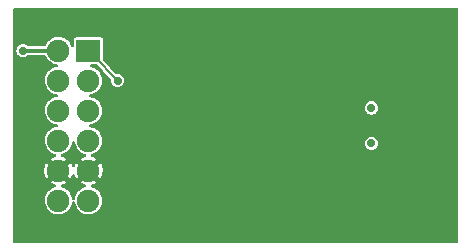
<source format=gbr>
%TF.GenerationSoftware,KiCad,Pcbnew,6.0.0*%
%TF.CreationDate,2022-07-15T10:31:26+02:00*%
%TF.ProjectId,pmod-trh,706d6f64-2d74-4726-982e-6b696361645f,1*%
%TF.SameCoordinates,Original*%
%TF.FileFunction,Copper,L2,Bot*%
%TF.FilePolarity,Positive*%
%FSLAX46Y46*%
G04 Gerber Fmt 4.6, Leading zero omitted, Abs format (unit mm)*
G04 Created by KiCad (PCBNEW 6.0.0) date 2022-07-15 10:31:26*
%MOMM*%
%LPD*%
G01*
G04 APERTURE LIST*
%TA.AperFunction,ComponentPad*%
%ADD10R,2.000000X1.900000*%
%TD*%
%TA.AperFunction,ComponentPad*%
%ADD11C,1.900000*%
%TD*%
%TA.AperFunction,ViaPad*%
%ADD12C,0.711200*%
%TD*%
%TA.AperFunction,ViaPad*%
%ADD13C,0.800000*%
%TD*%
%TA.AperFunction,Conductor*%
%ADD14C,0.203200*%
%TD*%
%TA.AperFunction,Conductor*%
%ADD15C,0.406400*%
%TD*%
%TA.AperFunction,Conductor*%
%ADD16C,0.304800*%
%TD*%
G04 APERTURE END LIST*
D10*
%TO.P,P1,1,IO1*%
%TO.N,PMOD_CTS*%
X136040000Y-98650000D03*
D11*
%TO.P,P1,2,IO2*%
%TO.N,PMOD_TXD*%
X136040000Y-101190000D03*
%TO.P,P1,3,IO3*%
%TO.N,PMOD_RXD*%
X136040000Y-103730000D03*
%TO.P,P1,4,IO4*%
%TO.N,PMOD_RTS*%
X136040000Y-106270000D03*
%TO.P,P1,5*%
%TO.N,GND*%
X136040000Y-108810000D03*
%TO.P,P1,6*%
%TO.N,+VPMOD*%
X136040000Y-111350000D03*
%TO.P,P1,7,IO5*%
%TO.N,IRQ*%
X133500000Y-98650000D03*
%TO.P,P1,8,IO6*%
%TO.N,RST*%
X133500000Y-101190000D03*
%TO.P,P1,9,IO7*%
%TO.N,SWDIO*%
X133500000Y-103730000D03*
%TO.P,P1,10,IO8*%
%TO.N,SWCLK*%
X133500000Y-106270000D03*
%TO.P,P1,11*%
%TO.N,GND*%
X133500000Y-108810000D03*
%TO.P,P1,12*%
%TO.N,+VPMOD*%
X133500000Y-111350000D03*
%TD*%
D12*
%TO.N,PMOD_CTS*%
X138500000Y-101180000D03*
%TO.N,GND*%
X164000000Y-98750000D03*
X137500000Y-114600000D03*
X144000000Y-95400000D03*
X130500000Y-95400000D03*
X131050000Y-112750000D03*
X148500000Y-114600000D03*
X166500000Y-109800000D03*
X137750000Y-98650000D03*
D13*
X157500000Y-109800000D03*
D12*
X164000000Y-107500000D03*
X140500000Y-114600000D03*
X166500000Y-100200000D03*
X153000000Y-114600000D03*
X166500000Y-95400000D03*
X162000000Y-95400000D03*
X162000000Y-109800000D03*
X157500000Y-95400000D03*
X139500000Y-95400000D03*
X139750000Y-105000000D03*
X144000000Y-114600000D03*
X166500000Y-105000000D03*
X135000000Y-95400000D03*
X148500000Y-95400000D03*
X153000000Y-95400000D03*
X155500000Y-105000000D03*
%TO.N,IRQ*%
X130500000Y-98650000D03*
%TO.N,/SDA*%
X160000000Y-106500000D03*
%TO.N,/SCL*%
X160000000Y-103500000D03*
%TD*%
D14*
%TO.N,PMOD_CTS*%
X137530000Y-100140000D02*
X136040000Y-98650000D01*
X138500000Y-101180000D02*
X137530000Y-100210000D01*
X137530000Y-100210000D02*
X137530000Y-100140000D01*
D15*
%TO.N,GND*%
X164000000Y-107500000D02*
X164000000Y-98750000D01*
X139750000Y-105000000D02*
X138530000Y-105000000D01*
X139750000Y-100650000D02*
X139750000Y-105000000D01*
X144000000Y-95400000D02*
X139500000Y-95400000D01*
X138530000Y-105000000D02*
X138050000Y-105480000D01*
X153000000Y-114600000D02*
X155500000Y-112100000D01*
X133500000Y-108810000D02*
X134770000Y-107540000D01*
X148500000Y-95400000D02*
X144000000Y-95400000D01*
X166500000Y-109800000D02*
X162000000Y-109800000D01*
X138060000Y-106580000D02*
X138060000Y-106790000D01*
X153000000Y-114600000D02*
X148500000Y-114600000D01*
X138060000Y-106790000D02*
X136040000Y-108810000D01*
X137750000Y-98650000D02*
X139750000Y-100650000D01*
X135000000Y-95400000D02*
X130500000Y-95400000D01*
X166500000Y-95400000D02*
X162000000Y-95400000D01*
X131050000Y-111260000D02*
X133500000Y-108810000D01*
X136040000Y-108810000D02*
X134770000Y-107540000D01*
X155500000Y-111800000D02*
X157500000Y-109800000D01*
X139500000Y-95400000D02*
X135000000Y-95400000D01*
X162000000Y-109800000D02*
X157500000Y-109800000D01*
X166500000Y-105000000D02*
X166500000Y-95400000D01*
X166500000Y-105000000D02*
X166500000Y-109800000D01*
X138050000Y-106570000D02*
X138060000Y-106580000D01*
X162000000Y-95400000D02*
X157500000Y-95400000D01*
X155500000Y-107500000D02*
X164000000Y-107500000D01*
X157500000Y-95400000D02*
X153000000Y-95400000D01*
X140500000Y-114600000D02*
X137500000Y-114600000D01*
X140500000Y-114600000D02*
X148500000Y-114600000D01*
X153000000Y-95400000D02*
X148500000Y-95400000D01*
X131050000Y-112750000D02*
X131050000Y-111260000D01*
X138050000Y-105480000D02*
X138050000Y-106570000D01*
X155500000Y-112100000D02*
X155500000Y-111800000D01*
X131050000Y-112750000D02*
X138650000Y-112750000D01*
X138650000Y-112750000D02*
X140500000Y-114600000D01*
X155500000Y-107500000D02*
X155500000Y-105000000D01*
D16*
%TO.N,IRQ*%
X130500000Y-98650000D02*
X133500000Y-98650000D01*
%TD*%
%TA.AperFunction,Conductor*%
%TO.N,GND*%
G36*
X167288921Y-95063202D02*
G01*
X167335414Y-95116858D01*
X167346800Y-95169200D01*
X167346800Y-114830800D01*
X167326798Y-114898921D01*
X167273142Y-114945414D01*
X167220800Y-114956800D01*
X129779200Y-114956800D01*
X129711079Y-114936798D01*
X129664586Y-114883142D01*
X129653200Y-114830800D01*
X129653200Y-111319670D01*
X132341754Y-111319670D01*
X132355622Y-111531252D01*
X132407815Y-111736763D01*
X132496586Y-111929321D01*
X132618961Y-112102478D01*
X132770842Y-112250435D01*
X132775638Y-112253640D01*
X132775641Y-112253642D01*
X132852307Y-112304868D01*
X132947143Y-112368235D01*
X132952446Y-112370513D01*
X132952449Y-112370515D01*
X133040799Y-112408473D01*
X133141960Y-112451935D01*
X133348767Y-112498731D01*
X133354538Y-112498958D01*
X133354540Y-112498958D01*
X133425521Y-112501747D01*
X133560639Y-112507055D01*
X133650995Y-112493954D01*
X133764759Y-112477460D01*
X133764764Y-112477459D01*
X133770480Y-112476630D01*
X133775952Y-112474772D01*
X133775954Y-112474772D01*
X133965795Y-112410329D01*
X133971263Y-112408473D01*
X134156263Y-112304868D01*
X134319284Y-112169284D01*
X134454868Y-112006263D01*
X134558473Y-111821263D01*
X134626630Y-111620480D01*
X134627459Y-111614762D01*
X134627460Y-111614758D01*
X134643888Y-111501453D01*
X134673458Y-111436907D01*
X134733229Y-111398595D01*
X134804226Y-111398679D01*
X134863907Y-111437134D01*
X134893323Y-111501750D01*
X134894314Y-111511291D01*
X134895622Y-111531252D01*
X134947815Y-111736763D01*
X135036586Y-111929321D01*
X135158961Y-112102478D01*
X135310842Y-112250435D01*
X135315638Y-112253640D01*
X135315641Y-112253642D01*
X135392307Y-112304868D01*
X135487143Y-112368235D01*
X135492446Y-112370513D01*
X135492449Y-112370515D01*
X135580799Y-112408473D01*
X135681960Y-112451935D01*
X135888767Y-112498731D01*
X135894538Y-112498958D01*
X135894540Y-112498958D01*
X135965521Y-112501747D01*
X136100639Y-112507055D01*
X136190995Y-112493954D01*
X136304759Y-112477460D01*
X136304764Y-112477459D01*
X136310480Y-112476630D01*
X136315952Y-112474772D01*
X136315954Y-112474772D01*
X136505795Y-112410329D01*
X136511263Y-112408473D01*
X136696263Y-112304868D01*
X136859284Y-112169284D01*
X136994868Y-112006263D01*
X137098473Y-111821263D01*
X137166630Y-111620480D01*
X137167459Y-111614764D01*
X137167460Y-111614759D01*
X137196522Y-111414313D01*
X137197055Y-111410639D01*
X137198643Y-111350000D01*
X137179241Y-111138854D01*
X137121686Y-110934779D01*
X137027906Y-110744611D01*
X136901040Y-110574717D01*
X136745337Y-110430787D01*
X136566013Y-110317642D01*
X136369072Y-110239070D01*
X136363414Y-110237944D01*
X136363412Y-110237944D01*
X136328426Y-110230985D01*
X136265517Y-110198077D01*
X136230386Y-110136381D01*
X136234187Y-110065487D01*
X136275713Y-110007901D01*
X136323596Y-109984887D01*
X136327747Y-109983890D01*
X136526341Y-109916477D01*
X136536844Y-109911801D01*
X136678568Y-109832433D01*
X136688431Y-109822356D01*
X136685476Y-109814686D01*
X136052812Y-109182022D01*
X136038868Y-109174408D01*
X136037035Y-109174539D01*
X136030420Y-109178790D01*
X135400045Y-109809165D01*
X135393849Y-109820512D01*
X135403729Y-109832999D01*
X135458239Y-109869421D01*
X135468344Y-109874908D01*
X135661049Y-109957700D01*
X135671981Y-109961252D01*
X135760732Y-109981334D01*
X135822759Y-110015876D01*
X135856264Y-110078470D01*
X135850610Y-110149241D01*
X135807592Y-110205720D01*
X135754263Y-110228407D01*
X135740121Y-110230837D01*
X135541191Y-110304226D01*
X135536230Y-110307178D01*
X135536229Y-110307178D01*
X135363935Y-110409682D01*
X135363932Y-110409684D01*
X135358967Y-110412638D01*
X135199550Y-110552443D01*
X135195975Y-110556978D01*
X135195974Y-110556979D01*
X135181991Y-110574717D01*
X135068280Y-110718958D01*
X135065589Y-110724074D01*
X135065587Y-110724076D01*
X135054783Y-110744611D01*
X134969553Y-110906607D01*
X134906676Y-111109105D01*
X134905997Y-111114842D01*
X134895489Y-111203623D01*
X134867618Y-111268920D01*
X134808870Y-111308784D01*
X134737896Y-111310558D01*
X134677229Y-111273679D01*
X134646131Y-111209855D01*
X134644891Y-111200342D01*
X134639770Y-111144611D01*
X134639241Y-111138854D01*
X134581686Y-110934779D01*
X134487906Y-110744611D01*
X134361040Y-110574717D01*
X134205337Y-110430787D01*
X134026013Y-110317642D01*
X133829072Y-110239070D01*
X133823414Y-110237944D01*
X133823412Y-110237944D01*
X133788426Y-110230985D01*
X133725517Y-110198077D01*
X133690386Y-110136381D01*
X133694187Y-110065487D01*
X133735713Y-110007901D01*
X133783596Y-109984887D01*
X133787747Y-109983890D01*
X133986341Y-109916477D01*
X133996844Y-109911801D01*
X134138568Y-109832433D01*
X134148431Y-109822356D01*
X134145476Y-109814686D01*
X133512812Y-109182022D01*
X133498868Y-109174408D01*
X133497035Y-109174539D01*
X133490420Y-109178790D01*
X132860045Y-109809165D01*
X132853849Y-109820512D01*
X132863729Y-109832999D01*
X132918239Y-109869421D01*
X132928344Y-109874908D01*
X133121049Y-109957700D01*
X133131981Y-109961252D01*
X133220732Y-109981334D01*
X133282759Y-110015876D01*
X133316264Y-110078470D01*
X133310610Y-110149241D01*
X133267592Y-110205720D01*
X133214263Y-110228407D01*
X133200121Y-110230837D01*
X133001191Y-110304226D01*
X132996230Y-110307178D01*
X132996229Y-110307178D01*
X132823935Y-110409682D01*
X132823932Y-110409684D01*
X132818967Y-110412638D01*
X132659550Y-110552443D01*
X132655975Y-110556978D01*
X132655974Y-110556979D01*
X132641991Y-110574717D01*
X132528280Y-110718958D01*
X132525589Y-110724074D01*
X132525587Y-110724076D01*
X132514783Y-110744611D01*
X132429553Y-110906607D01*
X132366676Y-111109105D01*
X132341754Y-111319670D01*
X129653200Y-111319670D01*
X129653200Y-108784114D01*
X132291634Y-108784114D01*
X132305351Y-108993386D01*
X132307152Y-109004756D01*
X132358775Y-109208025D01*
X132362616Y-109218872D01*
X132450418Y-109409331D01*
X132456172Y-109419297D01*
X132476906Y-109448634D01*
X132487495Y-109457022D01*
X132500796Y-109449994D01*
X133127978Y-108822812D01*
X133134356Y-108811132D01*
X133864408Y-108811132D01*
X133864539Y-108812965D01*
X133868790Y-108819580D01*
X134500770Y-109451560D01*
X134513150Y-109458320D01*
X134519730Y-109453394D01*
X134601801Y-109306844D01*
X134606477Y-109296341D01*
X134649780Y-109168775D01*
X134690617Y-109110698D01*
X134756370Y-109083920D01*
X134826162Y-109096941D01*
X134877835Y-109145628D01*
X134891216Y-109178262D01*
X134898774Y-109208023D01*
X134902616Y-109218872D01*
X134990418Y-109409331D01*
X134996172Y-109419297D01*
X135016906Y-109448634D01*
X135027495Y-109457022D01*
X135040796Y-109449994D01*
X135667978Y-108822812D01*
X135674356Y-108811132D01*
X136404408Y-108811132D01*
X136404539Y-108812965D01*
X136408790Y-108819580D01*
X137040770Y-109451560D01*
X137053150Y-109458320D01*
X137059730Y-109453394D01*
X137141801Y-109306844D01*
X137146477Y-109296341D01*
X137213893Y-109097741D01*
X137216578Y-109086558D01*
X137246968Y-108876956D01*
X137247598Y-108869573D01*
X137249061Y-108813704D01*
X137248818Y-108806305D01*
X137229440Y-108595402D01*
X137227343Y-108584088D01*
X137170414Y-108382236D01*
X137166292Y-108371497D01*
X137073534Y-108183403D01*
X137067517Y-108173583D01*
X137064723Y-108169842D01*
X137053464Y-108161392D01*
X137041046Y-108168164D01*
X136412022Y-108797188D01*
X136404408Y-108811132D01*
X135674356Y-108811132D01*
X135675592Y-108808868D01*
X135675461Y-108807035D01*
X135671210Y-108800420D01*
X135037458Y-108166668D01*
X135025078Y-108159908D01*
X135019112Y-108164374D01*
X134925573Y-108342163D01*
X134921174Y-108352786D01*
X134890594Y-108451269D01*
X134851291Y-108510394D01*
X134786261Y-108538885D01*
X134716152Y-108527695D01*
X134663222Y-108480378D01*
X134648992Y-108448108D01*
X134630413Y-108382233D01*
X134626292Y-108371497D01*
X134533534Y-108183403D01*
X134527517Y-108173583D01*
X134524723Y-108169842D01*
X134513464Y-108161392D01*
X134501046Y-108168164D01*
X133872022Y-108797188D01*
X133864408Y-108811132D01*
X133134356Y-108811132D01*
X133135592Y-108808868D01*
X133135461Y-108807035D01*
X133131210Y-108800420D01*
X132497458Y-108166668D01*
X132485078Y-108159908D01*
X132479112Y-108164374D01*
X132385573Y-108342163D01*
X132381170Y-108352796D01*
X132318977Y-108553087D01*
X132316587Y-108564331D01*
X132291935Y-108772613D01*
X132291634Y-108784114D01*
X129653200Y-108784114D01*
X129653200Y-98650000D01*
X129935874Y-98650000D01*
X129955096Y-98796007D01*
X130011453Y-98932063D01*
X130101103Y-99048897D01*
X130217937Y-99138547D01*
X130353993Y-99194904D01*
X130362177Y-99195981D01*
X130362179Y-99195982D01*
X130491812Y-99213048D01*
X130500000Y-99214126D01*
X130508188Y-99213048D01*
X130637821Y-99195982D01*
X130637823Y-99195981D01*
X130646007Y-99194904D01*
X130782063Y-99138547D01*
X130898897Y-99048897D01*
X130903530Y-99042859D01*
X130965581Y-99008979D01*
X130992361Y-99006100D01*
X132313022Y-99006100D01*
X132381143Y-99026102D01*
X132427447Y-99079348D01*
X132496586Y-99229321D01*
X132618961Y-99402478D01*
X132770842Y-99550435D01*
X132775638Y-99553640D01*
X132775641Y-99553642D01*
X132914574Y-99646473D01*
X132947143Y-99668235D01*
X132952446Y-99670513D01*
X132952449Y-99670515D01*
X133136653Y-99749655D01*
X133141960Y-99751935D01*
X133288028Y-99784987D01*
X133348767Y-99798731D01*
X133348276Y-99800900D01*
X133404296Y-99825667D01*
X133443402Y-99884923D01*
X133444263Y-99955914D01*
X133406606Y-100016102D01*
X133344283Y-100046065D01*
X133205818Y-100069858D01*
X133200121Y-100070837D01*
X133001191Y-100144226D01*
X132996230Y-100147178D01*
X132996229Y-100147178D01*
X132823935Y-100249682D01*
X132823932Y-100249684D01*
X132818967Y-100252638D01*
X132659550Y-100392443D01*
X132655975Y-100396978D01*
X132655974Y-100396979D01*
X132641991Y-100414717D01*
X132528280Y-100558958D01*
X132525589Y-100564074D01*
X132525587Y-100564076D01*
X132432245Y-100741490D01*
X132429553Y-100746607D01*
X132366676Y-100949105D01*
X132341754Y-101159670D01*
X132355622Y-101371252D01*
X132407815Y-101576763D01*
X132496586Y-101769321D01*
X132618961Y-101942478D01*
X132770842Y-102090435D01*
X132775638Y-102093640D01*
X132775641Y-102093642D01*
X132852307Y-102144868D01*
X132947143Y-102208235D01*
X132952446Y-102210513D01*
X132952449Y-102210515D01*
X133040799Y-102248473D01*
X133141960Y-102291935D01*
X133327890Y-102334007D01*
X133348767Y-102338731D01*
X133348276Y-102340900D01*
X133404296Y-102365667D01*
X133443402Y-102424923D01*
X133444263Y-102495914D01*
X133406606Y-102556102D01*
X133344283Y-102586065D01*
X133205818Y-102609858D01*
X133200121Y-102610837D01*
X133001191Y-102684226D01*
X132996230Y-102687178D01*
X132996229Y-102687178D01*
X132823935Y-102789682D01*
X132823932Y-102789684D01*
X132818967Y-102792638D01*
X132659550Y-102932443D01*
X132655975Y-102936978D01*
X132655974Y-102936979D01*
X132641991Y-102954717D01*
X132528280Y-103098958D01*
X132525589Y-103104074D01*
X132525587Y-103104076D01*
X132514783Y-103124611D01*
X132429553Y-103286607D01*
X132366676Y-103489105D01*
X132341754Y-103699670D01*
X132355622Y-103911252D01*
X132407815Y-104116763D01*
X132496586Y-104309321D01*
X132618961Y-104482478D01*
X132770842Y-104630435D01*
X132775638Y-104633640D01*
X132775641Y-104633642D01*
X132852307Y-104684868D01*
X132947143Y-104748235D01*
X132952446Y-104750513D01*
X132952449Y-104750515D01*
X133040799Y-104788473D01*
X133141960Y-104831935D01*
X133327890Y-104874007D01*
X133348767Y-104878731D01*
X133348276Y-104880900D01*
X133404296Y-104905667D01*
X133443402Y-104964923D01*
X133444263Y-105035914D01*
X133406606Y-105096102D01*
X133344283Y-105126065D01*
X133205818Y-105149858D01*
X133200121Y-105150837D01*
X133001191Y-105224226D01*
X132996230Y-105227178D01*
X132996229Y-105227178D01*
X132823935Y-105329682D01*
X132823932Y-105329684D01*
X132818967Y-105332638D01*
X132659550Y-105472443D01*
X132655975Y-105476978D01*
X132655974Y-105476979D01*
X132641991Y-105494717D01*
X132528280Y-105638958D01*
X132525589Y-105644074D01*
X132525587Y-105644076D01*
X132514783Y-105664611D01*
X132429553Y-105826607D01*
X132366676Y-106029105D01*
X132341754Y-106239670D01*
X132355622Y-106451252D01*
X132407815Y-106656763D01*
X132496586Y-106849321D01*
X132618961Y-107022478D01*
X132770842Y-107170435D01*
X132775638Y-107173640D01*
X132775641Y-107173642D01*
X132852307Y-107224868D01*
X132947143Y-107288235D01*
X132952446Y-107290513D01*
X132952449Y-107290515D01*
X133040799Y-107328473D01*
X133141960Y-107371935D01*
X133222074Y-107390063D01*
X133284101Y-107424606D01*
X133317605Y-107487199D01*
X133311951Y-107557970D01*
X133268932Y-107614450D01*
X133215604Y-107637136D01*
X133192744Y-107641064D01*
X133181624Y-107644044D01*
X132984860Y-107716634D01*
X132974482Y-107721584D01*
X132862343Y-107788300D01*
X132852745Y-107798633D01*
X132856231Y-107807021D01*
X133487188Y-108437978D01*
X133501132Y-108445592D01*
X133502965Y-108445461D01*
X133509580Y-108441210D01*
X134139885Y-107810905D01*
X134146645Y-107798525D01*
X134140615Y-107790470D01*
X134053830Y-107735713D01*
X134043582Y-107730492D01*
X133848783Y-107652775D01*
X133837756Y-107649509D01*
X133786825Y-107639378D01*
X133723915Y-107606471D01*
X133688783Y-107544776D01*
X133692583Y-107473881D01*
X133734108Y-107416295D01*
X133770904Y-107396486D01*
X133971263Y-107328473D01*
X134156263Y-107224868D01*
X134319284Y-107089284D01*
X134454868Y-106926263D01*
X134558473Y-106741263D01*
X134626630Y-106540480D01*
X134627459Y-106534762D01*
X134627460Y-106534758D01*
X134643888Y-106421453D01*
X134673458Y-106356907D01*
X134733229Y-106318595D01*
X134804226Y-106318679D01*
X134863907Y-106357134D01*
X134893323Y-106421750D01*
X134894314Y-106431291D01*
X134895622Y-106451252D01*
X134947815Y-106656763D01*
X135036586Y-106849321D01*
X135158961Y-107022478D01*
X135310842Y-107170435D01*
X135315638Y-107173640D01*
X135315641Y-107173642D01*
X135392307Y-107224868D01*
X135487143Y-107288235D01*
X135492446Y-107290513D01*
X135492449Y-107290515D01*
X135580799Y-107328473D01*
X135681960Y-107371935D01*
X135762074Y-107390063D01*
X135824101Y-107424606D01*
X135857605Y-107487199D01*
X135851951Y-107557970D01*
X135808932Y-107614450D01*
X135755604Y-107637136D01*
X135732744Y-107641064D01*
X135721624Y-107644044D01*
X135524860Y-107716634D01*
X135514482Y-107721584D01*
X135402343Y-107788300D01*
X135392745Y-107798633D01*
X135396231Y-107807021D01*
X136027188Y-108437978D01*
X136041132Y-108445592D01*
X136042965Y-108445461D01*
X136049580Y-108441210D01*
X136679885Y-107810905D01*
X136686645Y-107798525D01*
X136680615Y-107790470D01*
X136593830Y-107735713D01*
X136583582Y-107730492D01*
X136388783Y-107652775D01*
X136377756Y-107649509D01*
X136326825Y-107639378D01*
X136263915Y-107606471D01*
X136228783Y-107544776D01*
X136232583Y-107473881D01*
X136274108Y-107416295D01*
X136310904Y-107396486D01*
X136511263Y-107328473D01*
X136696263Y-107224868D01*
X136859284Y-107089284D01*
X136994868Y-106926263D01*
X137098473Y-106741263D01*
X137166630Y-106540480D01*
X137167459Y-106534764D01*
X137167460Y-106534759D01*
X137172500Y-106500000D01*
X159435874Y-106500000D01*
X159455096Y-106646007D01*
X159511453Y-106782063D01*
X159601103Y-106898897D01*
X159717937Y-106988547D01*
X159853993Y-107044904D01*
X159862177Y-107045981D01*
X159862179Y-107045982D01*
X159991812Y-107063048D01*
X160000000Y-107064126D01*
X160008188Y-107063048D01*
X160137821Y-107045982D01*
X160137823Y-107045981D01*
X160146007Y-107044904D01*
X160282063Y-106988547D01*
X160398897Y-106898897D01*
X160488547Y-106782063D01*
X160544904Y-106646007D01*
X160564126Y-106500000D01*
X160544904Y-106353993D01*
X160488547Y-106217937D01*
X160398897Y-106101103D01*
X160282063Y-106011453D01*
X160146007Y-105955096D01*
X160137823Y-105954019D01*
X160137821Y-105954018D01*
X160008188Y-105936952D01*
X160000000Y-105935874D01*
X159991812Y-105936952D01*
X159862179Y-105954018D01*
X159862177Y-105954019D01*
X159853993Y-105955096D01*
X159717937Y-106011453D01*
X159601103Y-106101103D01*
X159511453Y-106217937D01*
X159455096Y-106353993D01*
X159435874Y-106500000D01*
X137172500Y-106500000D01*
X137193669Y-106353993D01*
X137197055Y-106330639D01*
X137198643Y-106270000D01*
X137179241Y-106058854D01*
X137121686Y-105854779D01*
X137027906Y-105664611D01*
X136901040Y-105494717D01*
X136745337Y-105350787D01*
X136566013Y-105237642D01*
X136369072Y-105159070D01*
X136203145Y-105126065D01*
X136184127Y-105122282D01*
X136121218Y-105089374D01*
X136086086Y-105027679D01*
X136089886Y-104956784D01*
X136131412Y-104899198D01*
X136190630Y-104874007D01*
X136235084Y-104867562D01*
X136304757Y-104857460D01*
X136304759Y-104857459D01*
X136310480Y-104856630D01*
X136315952Y-104854772D01*
X136315954Y-104854772D01*
X136505795Y-104790329D01*
X136511263Y-104788473D01*
X136696263Y-104684868D01*
X136859284Y-104549284D01*
X136994868Y-104386263D01*
X137098473Y-104201263D01*
X137166630Y-104000480D01*
X137167459Y-103994764D01*
X137167460Y-103994759D01*
X137196522Y-103794313D01*
X137197055Y-103790639D01*
X137198643Y-103730000D01*
X137179241Y-103518854D01*
X137173924Y-103500000D01*
X159435874Y-103500000D01*
X159436952Y-103508188D01*
X159447704Y-103589855D01*
X159455096Y-103646007D01*
X159511453Y-103782063D01*
X159601103Y-103898897D01*
X159717937Y-103988547D01*
X159853993Y-104044904D01*
X159862177Y-104045981D01*
X159862179Y-104045982D01*
X159991812Y-104063048D01*
X160000000Y-104064126D01*
X160008188Y-104063048D01*
X160137821Y-104045982D01*
X160137823Y-104045981D01*
X160146007Y-104044904D01*
X160282063Y-103988547D01*
X160398897Y-103898897D01*
X160488547Y-103782063D01*
X160544904Y-103646007D01*
X160552297Y-103589855D01*
X160563048Y-103508188D01*
X160564126Y-103500000D01*
X160544904Y-103353993D01*
X160488547Y-103217937D01*
X160398897Y-103101103D01*
X160282063Y-103011453D01*
X160146007Y-102955096D01*
X160137823Y-102954019D01*
X160137821Y-102954018D01*
X160008188Y-102936952D01*
X160000000Y-102935874D01*
X159991812Y-102936952D01*
X159862179Y-102954018D01*
X159862177Y-102954019D01*
X159853993Y-102955096D01*
X159717937Y-103011453D01*
X159601103Y-103101103D01*
X159511453Y-103217937D01*
X159455096Y-103353993D01*
X159435874Y-103500000D01*
X137173924Y-103500000D01*
X137171615Y-103491812D01*
X137123255Y-103320343D01*
X137121686Y-103314779D01*
X137027906Y-103124611D01*
X136901040Y-102954717D01*
X136745337Y-102810787D01*
X136566013Y-102697642D01*
X136369072Y-102619070D01*
X136203145Y-102586065D01*
X136184127Y-102582282D01*
X136121218Y-102549374D01*
X136086086Y-102487679D01*
X136089886Y-102416784D01*
X136131412Y-102359198D01*
X136190630Y-102334007D01*
X136235084Y-102327562D01*
X136304757Y-102317460D01*
X136304759Y-102317459D01*
X136310480Y-102316630D01*
X136315952Y-102314772D01*
X136315954Y-102314772D01*
X136505795Y-102250329D01*
X136511263Y-102248473D01*
X136696263Y-102144868D01*
X136859284Y-102009284D01*
X136994868Y-101846263D01*
X137098473Y-101661263D01*
X137166630Y-101460480D01*
X137167459Y-101454764D01*
X137167460Y-101454759D01*
X137196522Y-101254313D01*
X137197055Y-101250639D01*
X137198643Y-101190000D01*
X137179241Y-100978854D01*
X137121686Y-100774779D01*
X137027906Y-100584611D01*
X136901040Y-100414717D01*
X136896804Y-100410801D01*
X136749577Y-100274706D01*
X136749574Y-100274704D01*
X136745337Y-100270787D01*
X136566013Y-100157642D01*
X136369072Y-100079070D01*
X136363412Y-100077944D01*
X136363408Y-100077943D01*
X136239412Y-100053279D01*
X136176502Y-100020372D01*
X136141370Y-99958677D01*
X136145170Y-99887782D01*
X136186696Y-99830196D01*
X136252762Y-99804201D01*
X136263993Y-99803700D01*
X136709751Y-99803700D01*
X136777872Y-99823702D01*
X136798846Y-99840605D01*
X137202729Y-100244488D01*
X137229394Y-100283828D01*
X137230505Y-100286415D01*
X137236600Y-100306472D01*
X137238106Y-100310374D01*
X137240236Y-100321811D01*
X137253453Y-100343253D01*
X137261961Y-100359632D01*
X137268393Y-100374604D01*
X137268396Y-100374608D01*
X137271906Y-100382779D01*
X137275985Y-100387744D01*
X137278311Y-100390070D01*
X137278402Y-100390185D01*
X137280223Y-100392193D01*
X137280087Y-100392316D01*
X137287940Y-100402250D01*
X137293810Y-100408723D01*
X137299915Y-100418628D01*
X137322158Y-100435542D01*
X137334977Y-100446736D01*
X137907336Y-101019095D01*
X137941362Y-101081407D01*
X137943163Y-101124635D01*
X137935874Y-101180000D01*
X137936952Y-101188188D01*
X137944686Y-101246931D01*
X137955096Y-101326007D01*
X138011453Y-101462063D01*
X138101103Y-101578897D01*
X138217937Y-101668547D01*
X138353993Y-101724904D01*
X138362177Y-101725981D01*
X138362179Y-101725982D01*
X138491812Y-101743048D01*
X138500000Y-101744126D01*
X138508188Y-101743048D01*
X138637821Y-101725982D01*
X138637823Y-101725981D01*
X138646007Y-101724904D01*
X138782063Y-101668547D01*
X138898897Y-101578897D01*
X138988547Y-101462063D01*
X139044904Y-101326007D01*
X139055315Y-101246931D01*
X139063048Y-101188188D01*
X139064126Y-101180000D01*
X139048727Y-101063032D01*
X139045982Y-101042179D01*
X139045981Y-101042177D01*
X139044904Y-101033993D01*
X138988547Y-100897937D01*
X138898897Y-100781103D01*
X138782063Y-100691453D01*
X138646007Y-100635096D01*
X138637823Y-100634019D01*
X138637821Y-100634018D01*
X138508188Y-100616952D01*
X138500000Y-100615874D01*
X138444636Y-100623163D01*
X138374489Y-100612224D01*
X138339095Y-100587336D01*
X138102891Y-100351131D01*
X137857269Y-100105509D01*
X137830609Y-100066178D01*
X137830486Y-100065891D01*
X137829500Y-100063598D01*
X137823402Y-100043533D01*
X137821894Y-100039626D01*
X137819764Y-100028189D01*
X137806547Y-100006747D01*
X137798039Y-99990368D01*
X137791607Y-99975396D01*
X137791604Y-99975392D01*
X137788094Y-99967221D01*
X137784015Y-99962256D01*
X137781689Y-99959930D01*
X137781598Y-99959815D01*
X137779777Y-99957807D01*
X137779913Y-99957684D01*
X137772060Y-99947750D01*
X137766190Y-99941277D01*
X137760085Y-99931372D01*
X137737842Y-99914458D01*
X137725023Y-99903264D01*
X137280605Y-99458846D01*
X137246579Y-99396534D01*
X137243700Y-99369751D01*
X137243700Y-97679936D01*
X137231881Y-97620520D01*
X137186860Y-97553140D01*
X137119480Y-97508119D01*
X137060064Y-97496300D01*
X135019936Y-97496300D01*
X134960520Y-97508119D01*
X134893140Y-97553140D01*
X134848119Y-97620520D01*
X134836300Y-97679936D01*
X134836300Y-98226621D01*
X134816298Y-98294742D01*
X134762642Y-98341235D01*
X134692368Y-98351339D01*
X134627788Y-98321845D01*
X134589031Y-98260823D01*
X134584872Y-98246077D01*
X134581686Y-98234779D01*
X134487906Y-98044611D01*
X134361040Y-97874717D01*
X134205337Y-97730787D01*
X134026013Y-97617642D01*
X133829072Y-97539070D01*
X133823412Y-97537944D01*
X133823408Y-97537943D01*
X133626778Y-97498831D01*
X133626775Y-97498831D01*
X133621111Y-97497704D01*
X133615336Y-97497628D01*
X133615332Y-97497628D01*
X133509342Y-97496241D01*
X133409094Y-97494929D01*
X133403397Y-97495908D01*
X133403396Y-97495908D01*
X133205818Y-97529858D01*
X133200121Y-97530837D01*
X133001191Y-97604226D01*
X132996230Y-97607178D01*
X132996229Y-97607178D01*
X132823935Y-97709682D01*
X132823932Y-97709684D01*
X132818967Y-97712638D01*
X132659550Y-97852443D01*
X132655975Y-97856978D01*
X132655974Y-97856979D01*
X132641991Y-97874717D01*
X132528280Y-98018958D01*
X132525589Y-98024074D01*
X132525587Y-98024076D01*
X132454971Y-98158295D01*
X132429553Y-98206607D01*
X132427841Y-98212120D01*
X132426182Y-98216125D01*
X132381631Y-98271403D01*
X132309776Y-98293900D01*
X130992361Y-98293900D01*
X130924240Y-98273898D01*
X130903667Y-98257320D01*
X130898897Y-98251103D01*
X130782063Y-98161453D01*
X130646007Y-98105096D01*
X130637823Y-98104019D01*
X130637821Y-98104018D01*
X130508188Y-98086952D01*
X130500000Y-98085874D01*
X130491812Y-98086952D01*
X130362179Y-98104018D01*
X130362177Y-98104019D01*
X130353993Y-98105096D01*
X130217937Y-98161453D01*
X130101103Y-98251103D01*
X130011453Y-98367937D01*
X129955096Y-98503993D01*
X129935874Y-98650000D01*
X129653200Y-98650000D01*
X129653200Y-95169200D01*
X129673202Y-95101079D01*
X129726858Y-95054586D01*
X129779200Y-95043200D01*
X167220800Y-95043200D01*
X167288921Y-95063202D01*
G37*
%TD.AperFunction*%
%TD*%
M02*

</source>
